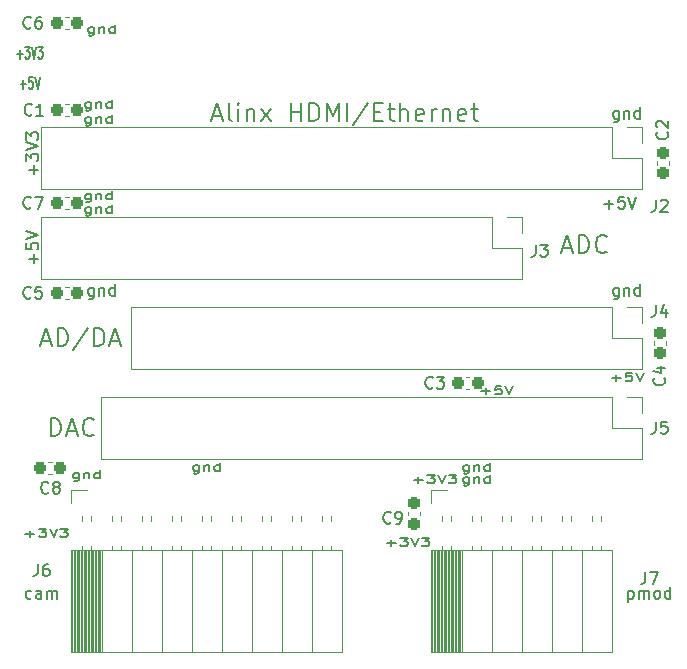
<source format=gto>
G04 #@! TF.GenerationSoftware,KiCad,Pcbnew,6.0.9-8da3e8f707~116~ubuntu20.04.1*
G04 #@! TF.CreationDate,2022-12-14T15:49:57+01:00*
G04 #@! TF.ProjectId,z_adaptor,7a5f6164-6170-4746-9f72-2e6b69636164,rev?*
G04 #@! TF.SameCoordinates,Original*
G04 #@! TF.FileFunction,Legend,Top*
G04 #@! TF.FilePolarity,Positive*
%FSLAX46Y46*%
G04 Gerber Fmt 4.6, Leading zero omitted, Abs format (unit mm)*
G04 Created by KiCad (PCBNEW 6.0.9-8da3e8f707~116~ubuntu20.04.1) date 2022-12-14 15:49:57*
%MOMM*%
%LPD*%
G01*
G04 APERTURE LIST*
G04 Aperture macros list*
%AMRoundRect*
0 Rectangle with rounded corners*
0 $1 Rounding radius*
0 $2 $3 $4 $5 $6 $7 $8 $9 X,Y pos of 4 corners*
0 Add a 4 corners polygon primitive as box body*
4,1,4,$2,$3,$4,$5,$6,$7,$8,$9,$2,$3,0*
0 Add four circle primitives for the rounded corners*
1,1,$1+$1,$2,$3*
1,1,$1+$1,$4,$5*
1,1,$1+$1,$6,$7*
1,1,$1+$1,$8,$9*
0 Add four rect primitives between the rounded corners*
20,1,$1+$1,$2,$3,$4,$5,0*
20,1,$1+$1,$4,$5,$6,$7,0*
20,1,$1+$1,$6,$7,$8,$9,0*
20,1,$1+$1,$8,$9,$2,$3,0*%
G04 Aperture macros list end*
%ADD10C,0.150000*%
%ADD11C,0.120000*%
%ADD12RoundRect,0.237500X0.237500X-0.300000X0.237500X0.300000X-0.237500X0.300000X-0.237500X-0.300000X0*%
%ADD13R,1.700000X1.700000*%
%ADD14O,1.700000X1.700000*%
%ADD15RoundRect,0.237500X-0.300000X-0.237500X0.300000X-0.237500X0.300000X0.237500X-0.300000X0.237500X0*%
%ADD16C,2.500000*%
%ADD17RoundRect,0.237500X0.300000X0.237500X-0.300000X0.237500X-0.300000X-0.237500X0.300000X-0.237500X0*%
%ADD18RoundRect,0.237500X-0.237500X0.300000X-0.237500X-0.300000X0.237500X-0.300000X0.237500X0.300000X0*%
G04 APERTURE END LIST*
D10*
X113046285Y-67560000D02*
X113760571Y-67560000D01*
X112903428Y-67988571D02*
X113403428Y-66488571D01*
X113903428Y-67988571D01*
X114403428Y-67988571D02*
X114403428Y-66488571D01*
X114760571Y-66488571D01*
X114974857Y-66560000D01*
X115117714Y-66702857D01*
X115189142Y-66845714D01*
X115260571Y-67131428D01*
X115260571Y-67345714D01*
X115189142Y-67631428D01*
X115117714Y-67774285D01*
X114974857Y-67917142D01*
X114760571Y-67988571D01*
X114403428Y-67988571D01*
X116974857Y-66417142D02*
X115689142Y-68345714D01*
X117474857Y-67988571D02*
X117474857Y-66488571D01*
X117832000Y-66488571D01*
X118046285Y-66560000D01*
X118189142Y-66702857D01*
X118260571Y-66845714D01*
X118332000Y-67131428D01*
X118332000Y-67345714D01*
X118260571Y-67631428D01*
X118189142Y-67774285D01*
X118046285Y-67917142D01*
X117832000Y-67988571D01*
X117474857Y-67988571D01*
X118903428Y-67560000D02*
X119617714Y-67560000D01*
X118760571Y-67988571D02*
X119260571Y-66488571D01*
X119760571Y-67988571D01*
X117165523Y-48618000D02*
X117165523Y-49184666D01*
X117117904Y-49251333D01*
X117070285Y-49284666D01*
X116975047Y-49318000D01*
X116832190Y-49318000D01*
X116736952Y-49284666D01*
X117165523Y-49051333D02*
X117070285Y-49084666D01*
X116879809Y-49084666D01*
X116784571Y-49051333D01*
X116736952Y-49018000D01*
X116689333Y-48951333D01*
X116689333Y-48751333D01*
X116736952Y-48684666D01*
X116784571Y-48651333D01*
X116879809Y-48618000D01*
X117070285Y-48618000D01*
X117165523Y-48651333D01*
X117641714Y-48618000D02*
X117641714Y-49084666D01*
X117641714Y-48684666D02*
X117689333Y-48651333D01*
X117784571Y-48618000D01*
X117927428Y-48618000D01*
X118022666Y-48651333D01*
X118070285Y-48718000D01*
X118070285Y-49084666D01*
X118975047Y-49084666D02*
X118975047Y-48384666D01*
X118975047Y-49051333D02*
X118879809Y-49084666D01*
X118689333Y-49084666D01*
X118594095Y-49051333D01*
X118546476Y-49018000D01*
X118498857Y-48951333D01*
X118498857Y-48751333D01*
X118546476Y-48684666D01*
X118594095Y-48651333D01*
X118689333Y-48618000D01*
X118879809Y-48618000D01*
X118975047Y-48651333D01*
X126309523Y-78082000D02*
X126309523Y-78648666D01*
X126261904Y-78715333D01*
X126214285Y-78748666D01*
X126119047Y-78782000D01*
X125976190Y-78782000D01*
X125880952Y-78748666D01*
X126309523Y-78515333D02*
X126214285Y-78548666D01*
X126023809Y-78548666D01*
X125928571Y-78515333D01*
X125880952Y-78482000D01*
X125833333Y-78415333D01*
X125833333Y-78215333D01*
X125880952Y-78148666D01*
X125928571Y-78115333D01*
X126023809Y-78082000D01*
X126214285Y-78082000D01*
X126309523Y-78115333D01*
X126785714Y-78082000D02*
X126785714Y-78548666D01*
X126785714Y-78148666D02*
X126833333Y-78115333D01*
X126928571Y-78082000D01*
X127071428Y-78082000D01*
X127166666Y-78115333D01*
X127214285Y-78182000D01*
X127214285Y-78548666D01*
X128119047Y-78548666D02*
X128119047Y-77848666D01*
X128119047Y-78515333D02*
X128023809Y-78548666D01*
X127833333Y-78548666D01*
X127738095Y-78515333D01*
X127690476Y-78482000D01*
X127642857Y-78415333D01*
X127642857Y-78215333D01*
X127690476Y-78148666D01*
X127738095Y-78115333D01*
X127833333Y-78082000D01*
X128023809Y-78082000D01*
X128119047Y-78115333D01*
X150225285Y-71805000D02*
X150987190Y-71805000D01*
X150606238Y-72071666D02*
X150606238Y-71538333D01*
X151939571Y-71371666D02*
X151463380Y-71371666D01*
X151415761Y-71705000D01*
X151463380Y-71671666D01*
X151558619Y-71638333D01*
X151796714Y-71638333D01*
X151891952Y-71671666D01*
X151939571Y-71705000D01*
X151987190Y-71771666D01*
X151987190Y-71938333D01*
X151939571Y-72005000D01*
X151891952Y-72038333D01*
X151796714Y-72071666D01*
X151558619Y-72071666D01*
X151463380Y-72038333D01*
X151415761Y-72005000D01*
X152272904Y-71371666D02*
X152606238Y-72071666D01*
X152939571Y-71371666D01*
X113784285Y-75608571D02*
X113784285Y-74108571D01*
X114141428Y-74108571D01*
X114355714Y-74180000D01*
X114498571Y-74322857D01*
X114570000Y-74465714D01*
X114641428Y-74751428D01*
X114641428Y-74965714D01*
X114570000Y-75251428D01*
X114498571Y-75394285D01*
X114355714Y-75537142D01*
X114141428Y-75608571D01*
X113784285Y-75608571D01*
X115212857Y-75180000D02*
X115927142Y-75180000D01*
X115070000Y-75608571D02*
X115570000Y-74108571D01*
X116070000Y-75608571D01*
X117427142Y-75465714D02*
X117355714Y-75537142D01*
X117141428Y-75608571D01*
X116998571Y-75608571D01*
X116784285Y-75537142D01*
X116641428Y-75394285D01*
X116570000Y-75251428D01*
X116498571Y-74965714D01*
X116498571Y-74751428D01*
X116570000Y-74465714D01*
X116641428Y-74322857D01*
X116784285Y-74180000D01*
X116998571Y-74108571D01*
X117141428Y-74108571D01*
X117355714Y-74180000D01*
X117427142Y-74251428D01*
X117165523Y-56238000D02*
X117165523Y-56804666D01*
X117117904Y-56871333D01*
X117070285Y-56904666D01*
X116975047Y-56938000D01*
X116832190Y-56938000D01*
X116736952Y-56904666D01*
X117165523Y-56671333D02*
X117070285Y-56704666D01*
X116879809Y-56704666D01*
X116784571Y-56671333D01*
X116736952Y-56638000D01*
X116689333Y-56571333D01*
X116689333Y-56371333D01*
X116736952Y-56304666D01*
X116784571Y-56271333D01*
X116879809Y-56238000D01*
X117070285Y-56238000D01*
X117165523Y-56271333D01*
X117641714Y-56238000D02*
X117641714Y-56704666D01*
X117641714Y-56304666D02*
X117689333Y-56271333D01*
X117784571Y-56238000D01*
X117927428Y-56238000D01*
X118022666Y-56271333D01*
X118070285Y-56338000D01*
X118070285Y-56704666D01*
X118975047Y-56704666D02*
X118975047Y-56004666D01*
X118975047Y-56671333D02*
X118879809Y-56704666D01*
X118689333Y-56704666D01*
X118594095Y-56671333D01*
X118546476Y-56638000D01*
X118498857Y-56571333D01*
X118498857Y-56371333D01*
X118546476Y-56304666D01*
X118594095Y-56271333D01*
X118689333Y-56238000D01*
X118879809Y-56238000D01*
X118975047Y-56271333D01*
X112339428Y-53450904D02*
X112339428Y-52689000D01*
X112720380Y-53069952D02*
X111958476Y-53069952D01*
X111720380Y-52308047D02*
X111720380Y-51689000D01*
X112101333Y-52022333D01*
X112101333Y-51879476D01*
X112148952Y-51784238D01*
X112196571Y-51736619D01*
X112291809Y-51689000D01*
X112529904Y-51689000D01*
X112625142Y-51736619D01*
X112672761Y-51784238D01*
X112720380Y-51879476D01*
X112720380Y-52165190D01*
X112672761Y-52260428D01*
X112625142Y-52308047D01*
X111720380Y-51403285D02*
X112720380Y-51069952D01*
X111720380Y-50736619D01*
X111720380Y-50498523D02*
X111720380Y-49879476D01*
X112101333Y-50212809D01*
X112101333Y-50069952D01*
X112148952Y-49974714D01*
X112196571Y-49927095D01*
X112291809Y-49879476D01*
X112529904Y-49879476D01*
X112625142Y-49927095D01*
X112672761Y-49974714D01*
X112720380Y-50069952D01*
X112720380Y-50355666D01*
X112672761Y-50450904D01*
X112625142Y-50498523D01*
X144542095Y-79298000D02*
X145304000Y-79298000D01*
X144923047Y-79564666D02*
X144923047Y-79031333D01*
X145684952Y-78864666D02*
X146304000Y-78864666D01*
X145970666Y-79131333D01*
X146113523Y-79131333D01*
X146208761Y-79164666D01*
X146256380Y-79198000D01*
X146304000Y-79264666D01*
X146304000Y-79431333D01*
X146256380Y-79498000D01*
X146208761Y-79531333D01*
X146113523Y-79564666D01*
X145827809Y-79564666D01*
X145732571Y-79531333D01*
X145684952Y-79498000D01*
X146589714Y-78864666D02*
X146923047Y-79564666D01*
X147256380Y-78864666D01*
X147494476Y-78864666D02*
X148113523Y-78864666D01*
X147780190Y-79131333D01*
X147923047Y-79131333D01*
X148018285Y-79164666D01*
X148065904Y-79198000D01*
X148113523Y-79264666D01*
X148113523Y-79431333D01*
X148065904Y-79498000D01*
X148018285Y-79531333D01*
X147923047Y-79564666D01*
X147637333Y-79564666D01*
X147542095Y-79531333D01*
X147494476Y-79498000D01*
X157146857Y-59686000D02*
X157861142Y-59686000D01*
X157004000Y-60114571D02*
X157504000Y-58614571D01*
X158004000Y-60114571D01*
X158504000Y-60114571D02*
X158504000Y-58614571D01*
X158861142Y-58614571D01*
X159075428Y-58686000D01*
X159218285Y-58828857D01*
X159289714Y-58971714D01*
X159361142Y-59257428D01*
X159361142Y-59471714D01*
X159289714Y-59757428D01*
X159218285Y-59900285D01*
X159075428Y-60043142D01*
X158861142Y-60114571D01*
X158504000Y-60114571D01*
X160861142Y-59971714D02*
X160789714Y-60043142D01*
X160575428Y-60114571D01*
X160432571Y-60114571D01*
X160218285Y-60043142D01*
X160075428Y-59900285D01*
X160004000Y-59757428D01*
X159932571Y-59471714D01*
X159932571Y-59257428D01*
X160004000Y-58971714D01*
X160075428Y-58828857D01*
X160218285Y-58686000D01*
X160432571Y-58614571D01*
X160575428Y-58614571D01*
X160789714Y-58686000D01*
X160861142Y-58757428D01*
X117165523Y-47348000D02*
X117165523Y-47914666D01*
X117117904Y-47981333D01*
X117070285Y-48014666D01*
X116975047Y-48048000D01*
X116832190Y-48048000D01*
X116736952Y-48014666D01*
X117165523Y-47781333D02*
X117070285Y-47814666D01*
X116879809Y-47814666D01*
X116784571Y-47781333D01*
X116736952Y-47748000D01*
X116689333Y-47681333D01*
X116689333Y-47481333D01*
X116736952Y-47414666D01*
X116784571Y-47381333D01*
X116879809Y-47348000D01*
X117070285Y-47348000D01*
X117165523Y-47381333D01*
X117641714Y-47348000D02*
X117641714Y-47814666D01*
X117641714Y-47414666D02*
X117689333Y-47381333D01*
X117784571Y-47348000D01*
X117927428Y-47348000D01*
X118022666Y-47381333D01*
X118070285Y-47448000D01*
X118070285Y-47814666D01*
X118975047Y-47814666D02*
X118975047Y-47114666D01*
X118975047Y-47781333D02*
X118879809Y-47814666D01*
X118689333Y-47814666D01*
X118594095Y-47781333D01*
X118546476Y-47748000D01*
X118498857Y-47681333D01*
X118498857Y-47481333D01*
X118546476Y-47414666D01*
X118594095Y-47381333D01*
X118689333Y-47348000D01*
X118879809Y-47348000D01*
X118975047Y-47381333D01*
X112339428Y-60975714D02*
X112339428Y-60213809D01*
X112720380Y-60594761D02*
X111958476Y-60594761D01*
X111720380Y-59261428D02*
X111720380Y-59737619D01*
X112196571Y-59785238D01*
X112148952Y-59737619D01*
X112101333Y-59642380D01*
X112101333Y-59404285D01*
X112148952Y-59309047D01*
X112196571Y-59261428D01*
X112291809Y-59213809D01*
X112529904Y-59213809D01*
X112625142Y-59261428D01*
X112672761Y-59309047D01*
X112720380Y-59404285D01*
X112720380Y-59642380D01*
X112672761Y-59737619D01*
X112625142Y-59785238D01*
X111720380Y-58928095D02*
X112720380Y-58594761D01*
X111720380Y-58261428D01*
X110956857Y-43251428D02*
X111414000Y-43251428D01*
X111185428Y-43632380D02*
X111185428Y-42870476D01*
X111642571Y-42632380D02*
X112014000Y-42632380D01*
X111814000Y-43013333D01*
X111899714Y-43013333D01*
X111956857Y-43060952D01*
X111985428Y-43108571D01*
X112014000Y-43203809D01*
X112014000Y-43441904D01*
X111985428Y-43537142D01*
X111956857Y-43584761D01*
X111899714Y-43632380D01*
X111728285Y-43632380D01*
X111671142Y-43584761D01*
X111642571Y-43537142D01*
X112185428Y-42632380D02*
X112385428Y-43632380D01*
X112585428Y-42632380D01*
X112728285Y-42632380D02*
X113099714Y-42632380D01*
X112899714Y-43013333D01*
X112985428Y-43013333D01*
X113042571Y-43060952D01*
X113071142Y-43108571D01*
X113099714Y-43203809D01*
X113099714Y-43441904D01*
X113071142Y-43537142D01*
X113042571Y-43584761D01*
X112985428Y-43632380D01*
X112814000Y-43632380D01*
X112756857Y-43584761D01*
X112728285Y-43537142D01*
X117165523Y-55095000D02*
X117165523Y-55661666D01*
X117117904Y-55728333D01*
X117070285Y-55761666D01*
X116975047Y-55795000D01*
X116832190Y-55795000D01*
X116736952Y-55761666D01*
X117165523Y-55528333D02*
X117070285Y-55561666D01*
X116879809Y-55561666D01*
X116784571Y-55528333D01*
X116736952Y-55495000D01*
X116689333Y-55428333D01*
X116689333Y-55228333D01*
X116736952Y-55161666D01*
X116784571Y-55128333D01*
X116879809Y-55095000D01*
X117070285Y-55095000D01*
X117165523Y-55128333D01*
X117641714Y-55095000D02*
X117641714Y-55561666D01*
X117641714Y-55161666D02*
X117689333Y-55128333D01*
X117784571Y-55095000D01*
X117927428Y-55095000D01*
X118022666Y-55128333D01*
X118070285Y-55195000D01*
X118070285Y-55561666D01*
X118975047Y-55561666D02*
X118975047Y-54861666D01*
X118975047Y-55528333D02*
X118879809Y-55561666D01*
X118689333Y-55561666D01*
X118594095Y-55528333D01*
X118546476Y-55495000D01*
X118498857Y-55428333D01*
X118498857Y-55228333D01*
X118546476Y-55161666D01*
X118594095Y-55128333D01*
X118689333Y-55095000D01*
X118879809Y-55095000D01*
X118975047Y-55128333D01*
X117419523Y-63031714D02*
X117419523Y-63841238D01*
X117371904Y-63936476D01*
X117324285Y-63984095D01*
X117229047Y-64031714D01*
X117086190Y-64031714D01*
X116990952Y-63984095D01*
X117419523Y-63650761D02*
X117324285Y-63698380D01*
X117133809Y-63698380D01*
X117038571Y-63650761D01*
X116990952Y-63603142D01*
X116943333Y-63507904D01*
X116943333Y-63222190D01*
X116990952Y-63126952D01*
X117038571Y-63079333D01*
X117133809Y-63031714D01*
X117324285Y-63031714D01*
X117419523Y-63079333D01*
X117895714Y-63031714D02*
X117895714Y-63698380D01*
X117895714Y-63126952D02*
X117943333Y-63079333D01*
X118038571Y-63031714D01*
X118181428Y-63031714D01*
X118276666Y-63079333D01*
X118324285Y-63174571D01*
X118324285Y-63698380D01*
X119229047Y-63698380D02*
X119229047Y-62698380D01*
X119229047Y-63650761D02*
X119133809Y-63698380D01*
X118943333Y-63698380D01*
X118848095Y-63650761D01*
X118800476Y-63603142D01*
X118752857Y-63507904D01*
X118752857Y-63222190D01*
X118800476Y-63126952D01*
X118848095Y-63079333D01*
X118943333Y-63031714D01*
X119133809Y-63031714D01*
X119229047Y-63079333D01*
X161869523Y-63031714D02*
X161869523Y-63841238D01*
X161821904Y-63936476D01*
X161774285Y-63984095D01*
X161679047Y-64031714D01*
X161536190Y-64031714D01*
X161440952Y-63984095D01*
X161869523Y-63650761D02*
X161774285Y-63698380D01*
X161583809Y-63698380D01*
X161488571Y-63650761D01*
X161440952Y-63603142D01*
X161393333Y-63507904D01*
X161393333Y-63222190D01*
X161440952Y-63126952D01*
X161488571Y-63079333D01*
X161583809Y-63031714D01*
X161774285Y-63031714D01*
X161869523Y-63079333D01*
X162345714Y-63031714D02*
X162345714Y-63698380D01*
X162345714Y-63126952D02*
X162393333Y-63079333D01*
X162488571Y-63031714D01*
X162631428Y-63031714D01*
X162726666Y-63079333D01*
X162774285Y-63174571D01*
X162774285Y-63698380D01*
X163679047Y-63698380D02*
X163679047Y-62698380D01*
X163679047Y-63650761D02*
X163583809Y-63698380D01*
X163393333Y-63698380D01*
X163298095Y-63650761D01*
X163250476Y-63603142D01*
X163202857Y-63507904D01*
X163202857Y-63222190D01*
X163250476Y-63126952D01*
X163298095Y-63079333D01*
X163393333Y-63031714D01*
X163583809Y-63031714D01*
X163679047Y-63079333D01*
X160639285Y-55951428D02*
X161401190Y-55951428D01*
X161020238Y-56332380D02*
X161020238Y-55570476D01*
X162353571Y-55332380D02*
X161877380Y-55332380D01*
X161829761Y-55808571D01*
X161877380Y-55760952D01*
X161972619Y-55713333D01*
X162210714Y-55713333D01*
X162305952Y-55760952D01*
X162353571Y-55808571D01*
X162401190Y-55903809D01*
X162401190Y-56141904D01*
X162353571Y-56237142D01*
X162305952Y-56284761D01*
X162210714Y-56332380D01*
X161972619Y-56332380D01*
X161877380Y-56284761D01*
X161829761Y-56237142D01*
X162686904Y-55332380D02*
X163020238Y-56332380D01*
X163353571Y-55332380D01*
X162679285Y-88685714D02*
X162679285Y-89685714D01*
X162679285Y-88733333D02*
X162774523Y-88685714D01*
X162965000Y-88685714D01*
X163060238Y-88733333D01*
X163107857Y-88780952D01*
X163155476Y-88876190D01*
X163155476Y-89161904D01*
X163107857Y-89257142D01*
X163060238Y-89304761D01*
X162965000Y-89352380D01*
X162774523Y-89352380D01*
X162679285Y-89304761D01*
X163584047Y-89352380D02*
X163584047Y-88685714D01*
X163584047Y-88780952D02*
X163631666Y-88733333D01*
X163726904Y-88685714D01*
X163869761Y-88685714D01*
X163965000Y-88733333D01*
X164012619Y-88828571D01*
X164012619Y-89352380D01*
X164012619Y-88828571D02*
X164060238Y-88733333D01*
X164155476Y-88685714D01*
X164298333Y-88685714D01*
X164393571Y-88733333D01*
X164441190Y-88828571D01*
X164441190Y-89352380D01*
X165060238Y-89352380D02*
X164965000Y-89304761D01*
X164917380Y-89257142D01*
X164869761Y-89161904D01*
X164869761Y-88876190D01*
X164917380Y-88780952D01*
X164965000Y-88733333D01*
X165060238Y-88685714D01*
X165203095Y-88685714D01*
X165298333Y-88733333D01*
X165345952Y-88780952D01*
X165393571Y-88876190D01*
X165393571Y-89161904D01*
X165345952Y-89257142D01*
X165298333Y-89304761D01*
X165203095Y-89352380D01*
X165060238Y-89352380D01*
X166250714Y-89352380D02*
X166250714Y-88352380D01*
X166250714Y-89304761D02*
X166155476Y-89352380D01*
X165965000Y-89352380D01*
X165869761Y-89304761D01*
X165822142Y-89257142D01*
X165774523Y-89161904D01*
X165774523Y-88876190D01*
X165822142Y-88780952D01*
X165869761Y-88733333D01*
X165965000Y-88685714D01*
X166155476Y-88685714D01*
X166250714Y-88733333D01*
X116149523Y-78717000D02*
X116149523Y-79283666D01*
X116101904Y-79350333D01*
X116054285Y-79383666D01*
X115959047Y-79417000D01*
X115816190Y-79417000D01*
X115720952Y-79383666D01*
X116149523Y-79150333D02*
X116054285Y-79183666D01*
X115863809Y-79183666D01*
X115768571Y-79150333D01*
X115720952Y-79117000D01*
X115673333Y-79050333D01*
X115673333Y-78850333D01*
X115720952Y-78783666D01*
X115768571Y-78750333D01*
X115863809Y-78717000D01*
X116054285Y-78717000D01*
X116149523Y-78750333D01*
X116625714Y-78717000D02*
X116625714Y-79183666D01*
X116625714Y-78783666D02*
X116673333Y-78750333D01*
X116768571Y-78717000D01*
X116911428Y-78717000D01*
X117006666Y-78750333D01*
X117054285Y-78817000D01*
X117054285Y-79183666D01*
X117959047Y-79183666D02*
X117959047Y-78483666D01*
X117959047Y-79150333D02*
X117863809Y-79183666D01*
X117673333Y-79183666D01*
X117578095Y-79150333D01*
X117530476Y-79117000D01*
X117482857Y-79050333D01*
X117482857Y-78850333D01*
X117530476Y-78783666D01*
X117578095Y-78750333D01*
X117673333Y-78717000D01*
X117863809Y-78717000D01*
X117959047Y-78750333D01*
X111649095Y-83870000D02*
X112411000Y-83870000D01*
X112030047Y-84136666D02*
X112030047Y-83603333D01*
X112791952Y-83436666D02*
X113411000Y-83436666D01*
X113077666Y-83703333D01*
X113220523Y-83703333D01*
X113315761Y-83736666D01*
X113363380Y-83770000D01*
X113411000Y-83836666D01*
X113411000Y-84003333D01*
X113363380Y-84070000D01*
X113315761Y-84103333D01*
X113220523Y-84136666D01*
X112934809Y-84136666D01*
X112839571Y-84103333D01*
X112791952Y-84070000D01*
X113696714Y-83436666D02*
X114030047Y-84136666D01*
X114363380Y-83436666D01*
X114601476Y-83436666D02*
X115220523Y-83436666D01*
X114887190Y-83703333D01*
X115030047Y-83703333D01*
X115125285Y-83736666D01*
X115172904Y-83770000D01*
X115220523Y-83836666D01*
X115220523Y-84003333D01*
X115172904Y-84070000D01*
X115125285Y-84103333D01*
X115030047Y-84136666D01*
X114744333Y-84136666D01*
X114649095Y-84103333D01*
X114601476Y-84070000D01*
X149169523Y-78082000D02*
X149169523Y-78648666D01*
X149121904Y-78715333D01*
X149074285Y-78748666D01*
X148979047Y-78782000D01*
X148836190Y-78782000D01*
X148740952Y-78748666D01*
X149169523Y-78515333D02*
X149074285Y-78548666D01*
X148883809Y-78548666D01*
X148788571Y-78515333D01*
X148740952Y-78482000D01*
X148693333Y-78415333D01*
X148693333Y-78215333D01*
X148740952Y-78148666D01*
X148788571Y-78115333D01*
X148883809Y-78082000D01*
X149074285Y-78082000D01*
X149169523Y-78115333D01*
X149645714Y-78082000D02*
X149645714Y-78548666D01*
X149645714Y-78148666D02*
X149693333Y-78115333D01*
X149788571Y-78082000D01*
X149931428Y-78082000D01*
X150026666Y-78115333D01*
X150074285Y-78182000D01*
X150074285Y-78548666D01*
X150979047Y-78548666D02*
X150979047Y-77848666D01*
X150979047Y-78515333D02*
X150883809Y-78548666D01*
X150693333Y-78548666D01*
X150598095Y-78515333D01*
X150550476Y-78482000D01*
X150502857Y-78415333D01*
X150502857Y-78215333D01*
X150550476Y-78148666D01*
X150598095Y-78115333D01*
X150693333Y-78082000D01*
X150883809Y-78082000D01*
X150979047Y-78115333D01*
X161869523Y-48045714D02*
X161869523Y-48855238D01*
X161821904Y-48950476D01*
X161774285Y-48998095D01*
X161679047Y-49045714D01*
X161536190Y-49045714D01*
X161440952Y-48998095D01*
X161869523Y-48664761D02*
X161774285Y-48712380D01*
X161583809Y-48712380D01*
X161488571Y-48664761D01*
X161440952Y-48617142D01*
X161393333Y-48521904D01*
X161393333Y-48236190D01*
X161440952Y-48140952D01*
X161488571Y-48093333D01*
X161583809Y-48045714D01*
X161774285Y-48045714D01*
X161869523Y-48093333D01*
X162345714Y-48045714D02*
X162345714Y-48712380D01*
X162345714Y-48140952D02*
X162393333Y-48093333D01*
X162488571Y-48045714D01*
X162631428Y-48045714D01*
X162726666Y-48093333D01*
X162774285Y-48188571D01*
X162774285Y-48712380D01*
X163679047Y-48712380D02*
X163679047Y-47712380D01*
X163679047Y-48664761D02*
X163583809Y-48712380D01*
X163393333Y-48712380D01*
X163298095Y-48664761D01*
X163250476Y-48617142D01*
X163202857Y-48521904D01*
X163202857Y-48236190D01*
X163250476Y-48140952D01*
X163298095Y-48093333D01*
X163393333Y-48045714D01*
X163583809Y-48045714D01*
X163679047Y-48093333D01*
X117419523Y-40998000D02*
X117419523Y-41564666D01*
X117371904Y-41631333D01*
X117324285Y-41664666D01*
X117229047Y-41698000D01*
X117086190Y-41698000D01*
X116990952Y-41664666D01*
X117419523Y-41431333D02*
X117324285Y-41464666D01*
X117133809Y-41464666D01*
X117038571Y-41431333D01*
X116990952Y-41398000D01*
X116943333Y-41331333D01*
X116943333Y-41131333D01*
X116990952Y-41064666D01*
X117038571Y-41031333D01*
X117133809Y-40998000D01*
X117324285Y-40998000D01*
X117419523Y-41031333D01*
X117895714Y-40998000D02*
X117895714Y-41464666D01*
X117895714Y-41064666D02*
X117943333Y-41031333D01*
X118038571Y-40998000D01*
X118181428Y-40998000D01*
X118276666Y-41031333D01*
X118324285Y-41098000D01*
X118324285Y-41464666D01*
X119229047Y-41464666D02*
X119229047Y-40764666D01*
X119229047Y-41431333D02*
X119133809Y-41464666D01*
X118943333Y-41464666D01*
X118848095Y-41431333D01*
X118800476Y-41398000D01*
X118752857Y-41331333D01*
X118752857Y-41131333D01*
X118800476Y-41064666D01*
X118848095Y-41031333D01*
X118943333Y-40998000D01*
X119133809Y-40998000D01*
X119229047Y-41031333D01*
X161274285Y-70662000D02*
X162036190Y-70662000D01*
X161655238Y-70928666D02*
X161655238Y-70395333D01*
X162988571Y-70228666D02*
X162512380Y-70228666D01*
X162464761Y-70562000D01*
X162512380Y-70528666D01*
X162607619Y-70495333D01*
X162845714Y-70495333D01*
X162940952Y-70528666D01*
X162988571Y-70562000D01*
X163036190Y-70628666D01*
X163036190Y-70795333D01*
X162988571Y-70862000D01*
X162940952Y-70895333D01*
X162845714Y-70928666D01*
X162607619Y-70928666D01*
X162512380Y-70895333D01*
X162464761Y-70862000D01*
X163321904Y-70228666D02*
X163655238Y-70928666D01*
X163988571Y-70228666D01*
X112149047Y-89304761D02*
X112053809Y-89352380D01*
X111863333Y-89352380D01*
X111768095Y-89304761D01*
X111720476Y-89257142D01*
X111672857Y-89161904D01*
X111672857Y-88876190D01*
X111720476Y-88780952D01*
X111768095Y-88733333D01*
X111863333Y-88685714D01*
X112053809Y-88685714D01*
X112149047Y-88733333D01*
X113006190Y-89352380D02*
X113006190Y-88828571D01*
X112958571Y-88733333D01*
X112863333Y-88685714D01*
X112672857Y-88685714D01*
X112577619Y-88733333D01*
X113006190Y-89304761D02*
X112910952Y-89352380D01*
X112672857Y-89352380D01*
X112577619Y-89304761D01*
X112530000Y-89209523D01*
X112530000Y-89114285D01*
X112577619Y-89019047D01*
X112672857Y-88971428D01*
X112910952Y-88971428D01*
X113006190Y-88923809D01*
X113482380Y-89352380D02*
X113482380Y-88685714D01*
X113482380Y-88780952D02*
X113530000Y-88733333D01*
X113625238Y-88685714D01*
X113768095Y-88685714D01*
X113863333Y-88733333D01*
X113910952Y-88828571D01*
X113910952Y-89352380D01*
X113910952Y-88828571D02*
X113958571Y-88733333D01*
X114053809Y-88685714D01*
X114196666Y-88685714D01*
X114291904Y-88733333D01*
X114339523Y-88828571D01*
X114339523Y-89352380D01*
X127541142Y-48510000D02*
X128255428Y-48510000D01*
X127398285Y-48938571D02*
X127898285Y-47438571D01*
X128398285Y-48938571D01*
X129112571Y-48938571D02*
X128969714Y-48867142D01*
X128898285Y-48724285D01*
X128898285Y-47438571D01*
X129684000Y-48938571D02*
X129684000Y-47938571D01*
X129684000Y-47438571D02*
X129612571Y-47510000D01*
X129684000Y-47581428D01*
X129755428Y-47510000D01*
X129684000Y-47438571D01*
X129684000Y-47581428D01*
X130398285Y-47938571D02*
X130398285Y-48938571D01*
X130398285Y-48081428D02*
X130469714Y-48010000D01*
X130612571Y-47938571D01*
X130826857Y-47938571D01*
X130969714Y-48010000D01*
X131041142Y-48152857D01*
X131041142Y-48938571D01*
X131612571Y-48938571D02*
X132398285Y-47938571D01*
X131612571Y-47938571D02*
X132398285Y-48938571D01*
X134112571Y-48938571D02*
X134112571Y-47438571D01*
X134112571Y-48152857D02*
X134969714Y-48152857D01*
X134969714Y-48938571D02*
X134969714Y-47438571D01*
X135684000Y-48938571D02*
X135684000Y-47438571D01*
X136041142Y-47438571D01*
X136255428Y-47510000D01*
X136398285Y-47652857D01*
X136469714Y-47795714D01*
X136541142Y-48081428D01*
X136541142Y-48295714D01*
X136469714Y-48581428D01*
X136398285Y-48724285D01*
X136255428Y-48867142D01*
X136041142Y-48938571D01*
X135684000Y-48938571D01*
X137184000Y-48938571D02*
X137184000Y-47438571D01*
X137684000Y-48510000D01*
X138184000Y-47438571D01*
X138184000Y-48938571D01*
X138898285Y-48938571D02*
X138898285Y-47438571D01*
X140684000Y-47367142D02*
X139398285Y-49295714D01*
X141184000Y-48152857D02*
X141684000Y-48152857D01*
X141898285Y-48938571D02*
X141184000Y-48938571D01*
X141184000Y-47438571D01*
X141898285Y-47438571D01*
X142326857Y-47938571D02*
X142898285Y-47938571D01*
X142541142Y-47438571D02*
X142541142Y-48724285D01*
X142612571Y-48867142D01*
X142755428Y-48938571D01*
X142898285Y-48938571D01*
X143398285Y-48938571D02*
X143398285Y-47438571D01*
X144041142Y-48938571D02*
X144041142Y-48152857D01*
X143969714Y-48010000D01*
X143826857Y-47938571D01*
X143612571Y-47938571D01*
X143469714Y-48010000D01*
X143398285Y-48081428D01*
X145326857Y-48867142D02*
X145184000Y-48938571D01*
X144898285Y-48938571D01*
X144755428Y-48867142D01*
X144684000Y-48724285D01*
X144684000Y-48152857D01*
X144755428Y-48010000D01*
X144898285Y-47938571D01*
X145184000Y-47938571D01*
X145326857Y-48010000D01*
X145398285Y-48152857D01*
X145398285Y-48295714D01*
X144684000Y-48438571D01*
X146041142Y-48938571D02*
X146041142Y-47938571D01*
X146041142Y-48224285D02*
X146112571Y-48081428D01*
X146184000Y-48010000D01*
X146326857Y-47938571D01*
X146469714Y-47938571D01*
X146969714Y-47938571D02*
X146969714Y-48938571D01*
X146969714Y-48081428D02*
X147041142Y-48010000D01*
X147184000Y-47938571D01*
X147398285Y-47938571D01*
X147541142Y-48010000D01*
X147612571Y-48152857D01*
X147612571Y-48938571D01*
X148898285Y-48867142D02*
X148755428Y-48938571D01*
X148469714Y-48938571D01*
X148326857Y-48867142D01*
X148255428Y-48724285D01*
X148255428Y-48152857D01*
X148326857Y-48010000D01*
X148469714Y-47938571D01*
X148755428Y-47938571D01*
X148898285Y-48010000D01*
X148969714Y-48152857D01*
X148969714Y-48295714D01*
X148255428Y-48438571D01*
X149398285Y-47938571D02*
X149969714Y-47938571D01*
X149612571Y-47438571D02*
X149612571Y-48724285D01*
X149684000Y-48867142D01*
X149826857Y-48938571D01*
X149969714Y-48938571D01*
X142256095Y-84632000D02*
X143018000Y-84632000D01*
X142637047Y-84898666D02*
X142637047Y-84365333D01*
X143398952Y-84198666D02*
X144018000Y-84198666D01*
X143684666Y-84465333D01*
X143827523Y-84465333D01*
X143922761Y-84498666D01*
X143970380Y-84532000D01*
X144018000Y-84598666D01*
X144018000Y-84765333D01*
X143970380Y-84832000D01*
X143922761Y-84865333D01*
X143827523Y-84898666D01*
X143541809Y-84898666D01*
X143446571Y-84865333D01*
X143398952Y-84832000D01*
X144303714Y-84198666D02*
X144637047Y-84898666D01*
X144970380Y-84198666D01*
X145208476Y-84198666D02*
X145827523Y-84198666D01*
X145494190Y-84465333D01*
X145637047Y-84465333D01*
X145732285Y-84498666D01*
X145779904Y-84532000D01*
X145827523Y-84598666D01*
X145827523Y-84765333D01*
X145779904Y-84832000D01*
X145732285Y-84865333D01*
X145637047Y-84898666D01*
X145351333Y-84898666D01*
X145256095Y-84865333D01*
X145208476Y-84832000D01*
X111242571Y-45791428D02*
X111699714Y-45791428D01*
X111471142Y-46172380D02*
X111471142Y-45410476D01*
X112271142Y-45172380D02*
X111985428Y-45172380D01*
X111956857Y-45648571D01*
X111985428Y-45600952D01*
X112042571Y-45553333D01*
X112185428Y-45553333D01*
X112242571Y-45600952D01*
X112271142Y-45648571D01*
X112299714Y-45743809D01*
X112299714Y-45981904D01*
X112271142Y-46077142D01*
X112242571Y-46124761D01*
X112185428Y-46172380D01*
X112042571Y-46172380D01*
X111985428Y-46124761D01*
X111956857Y-46077142D01*
X112471142Y-45172380D02*
X112671142Y-46172380D01*
X112871142Y-45172380D01*
X149169523Y-79098000D02*
X149169523Y-79664666D01*
X149121904Y-79731333D01*
X149074285Y-79764666D01*
X148979047Y-79798000D01*
X148836190Y-79798000D01*
X148740952Y-79764666D01*
X149169523Y-79531333D02*
X149074285Y-79564666D01*
X148883809Y-79564666D01*
X148788571Y-79531333D01*
X148740952Y-79498000D01*
X148693333Y-79431333D01*
X148693333Y-79231333D01*
X148740952Y-79164666D01*
X148788571Y-79131333D01*
X148883809Y-79098000D01*
X149074285Y-79098000D01*
X149169523Y-79131333D01*
X149645714Y-79098000D02*
X149645714Y-79564666D01*
X149645714Y-79164666D02*
X149693333Y-79131333D01*
X149788571Y-79098000D01*
X149931428Y-79098000D01*
X150026666Y-79131333D01*
X150074285Y-79198000D01*
X150074285Y-79564666D01*
X150979047Y-79564666D02*
X150979047Y-78864666D01*
X150979047Y-79531333D02*
X150883809Y-79564666D01*
X150693333Y-79564666D01*
X150598095Y-79531333D01*
X150550476Y-79498000D01*
X150502857Y-79431333D01*
X150502857Y-79231333D01*
X150550476Y-79164666D01*
X150598095Y-79131333D01*
X150693333Y-79098000D01*
X150883809Y-79098000D01*
X150979047Y-79131333D01*
X165711142Y-70678166D02*
X165758761Y-70725785D01*
X165806380Y-70868642D01*
X165806380Y-70963880D01*
X165758761Y-71106738D01*
X165663523Y-71201976D01*
X165568285Y-71249595D01*
X165377809Y-71297214D01*
X165234952Y-71297214D01*
X165044476Y-71249595D01*
X164949238Y-71201976D01*
X164854000Y-71106738D01*
X164806380Y-70963880D01*
X164806380Y-70868642D01*
X164854000Y-70725785D01*
X164901619Y-70678166D01*
X165139714Y-69821023D02*
X165806380Y-69821023D01*
X164758761Y-70059119D02*
X165473047Y-70297214D01*
X165473047Y-69678166D01*
X165020666Y-74382380D02*
X165020666Y-75096666D01*
X164973047Y-75239523D01*
X164877809Y-75334761D01*
X164734952Y-75382380D01*
X164639714Y-75382380D01*
X165973047Y-74382380D02*
X165496857Y-74382380D01*
X165449238Y-74858571D01*
X165496857Y-74810952D01*
X165592095Y-74763333D01*
X165830190Y-74763333D01*
X165925428Y-74810952D01*
X165973047Y-74858571D01*
X166020666Y-74953809D01*
X166020666Y-75191904D01*
X165973047Y-75287142D01*
X165925428Y-75334761D01*
X165830190Y-75382380D01*
X165592095Y-75382380D01*
X165496857Y-75334761D01*
X165449238Y-75287142D01*
X112201833Y-48363142D02*
X112154214Y-48410761D01*
X112011357Y-48458380D01*
X111916119Y-48458380D01*
X111773261Y-48410761D01*
X111678023Y-48315523D01*
X111630404Y-48220285D01*
X111582785Y-48029809D01*
X111582785Y-47886952D01*
X111630404Y-47696476D01*
X111678023Y-47601238D01*
X111773261Y-47506000D01*
X111916119Y-47458380D01*
X112011357Y-47458380D01*
X112154214Y-47506000D01*
X112201833Y-47553619D01*
X113154214Y-48458380D02*
X112582785Y-48458380D01*
X112868500Y-48458380D02*
X112868500Y-47458380D01*
X112773261Y-47601238D01*
X112678023Y-47696476D01*
X112582785Y-47744095D01*
X165020666Y-55586380D02*
X165020666Y-56300666D01*
X164973047Y-56443523D01*
X164877809Y-56538761D01*
X164734952Y-56586380D01*
X164639714Y-56586380D01*
X165449238Y-55681619D02*
X165496857Y-55634000D01*
X165592095Y-55586380D01*
X165830190Y-55586380D01*
X165925428Y-55634000D01*
X165973047Y-55681619D01*
X166020666Y-55776857D01*
X166020666Y-55872095D01*
X165973047Y-56014952D01*
X165401619Y-56586380D01*
X166020666Y-56586380D01*
X146137333Y-71477142D02*
X146089714Y-71524761D01*
X145946857Y-71572380D01*
X145851619Y-71572380D01*
X145708761Y-71524761D01*
X145613523Y-71429523D01*
X145565904Y-71334285D01*
X145518285Y-71143809D01*
X145518285Y-71000952D01*
X145565904Y-70810476D01*
X145613523Y-70715238D01*
X145708761Y-70620000D01*
X145851619Y-70572380D01*
X145946857Y-70572380D01*
X146089714Y-70620000D01*
X146137333Y-70667619D01*
X146470666Y-70572380D02*
X147089714Y-70572380D01*
X146756380Y-70953333D01*
X146899238Y-70953333D01*
X146994476Y-71000952D01*
X147042095Y-71048571D01*
X147089714Y-71143809D01*
X147089714Y-71381904D01*
X147042095Y-71477142D01*
X146994476Y-71524761D01*
X146899238Y-71572380D01*
X146613523Y-71572380D01*
X146518285Y-71524761D01*
X146470666Y-71477142D01*
X142581333Y-82907142D02*
X142533714Y-82954761D01*
X142390857Y-83002380D01*
X142295619Y-83002380D01*
X142152761Y-82954761D01*
X142057523Y-82859523D01*
X142009904Y-82764285D01*
X141962285Y-82573809D01*
X141962285Y-82430952D01*
X142009904Y-82240476D01*
X142057523Y-82145238D01*
X142152761Y-82050000D01*
X142295619Y-82002380D01*
X142390857Y-82002380D01*
X142533714Y-82050000D01*
X142581333Y-82097619D01*
X143057523Y-83002380D02*
X143248000Y-83002380D01*
X143343238Y-82954761D01*
X143390857Y-82907142D01*
X143486095Y-82764285D01*
X143533714Y-82573809D01*
X143533714Y-82192857D01*
X143486095Y-82097619D01*
X143438476Y-82050000D01*
X143343238Y-82002380D01*
X143152761Y-82002380D01*
X143057523Y-82050000D01*
X143009904Y-82097619D01*
X142962285Y-82192857D01*
X142962285Y-82430952D01*
X143009904Y-82526190D01*
X143057523Y-82573809D01*
X143152761Y-82621428D01*
X143343238Y-82621428D01*
X143438476Y-82573809D01*
X143486095Y-82526190D01*
X143533714Y-82430952D01*
X165965142Y-49850166D02*
X166012761Y-49897785D01*
X166060380Y-50040642D01*
X166060380Y-50135880D01*
X166012761Y-50278738D01*
X165917523Y-50373976D01*
X165822285Y-50421595D01*
X165631809Y-50469214D01*
X165488952Y-50469214D01*
X165298476Y-50421595D01*
X165203238Y-50373976D01*
X165108000Y-50278738D01*
X165060380Y-50135880D01*
X165060380Y-50040642D01*
X165108000Y-49897785D01*
X165155619Y-49850166D01*
X165155619Y-49469214D02*
X165108000Y-49421595D01*
X165060380Y-49326357D01*
X165060380Y-49088261D01*
X165108000Y-48993023D01*
X165155619Y-48945404D01*
X165250857Y-48897785D01*
X165346095Y-48897785D01*
X165488952Y-48945404D01*
X166060380Y-49516833D01*
X166060380Y-48897785D01*
X112101333Y-63857142D02*
X112053714Y-63904761D01*
X111910857Y-63952380D01*
X111815619Y-63952380D01*
X111672761Y-63904761D01*
X111577523Y-63809523D01*
X111529904Y-63714285D01*
X111482285Y-63523809D01*
X111482285Y-63380952D01*
X111529904Y-63190476D01*
X111577523Y-63095238D01*
X111672761Y-63000000D01*
X111815619Y-62952380D01*
X111910857Y-62952380D01*
X112053714Y-63000000D01*
X112101333Y-63047619D01*
X113006095Y-62952380D02*
X112529904Y-62952380D01*
X112482285Y-63428571D01*
X112529904Y-63380952D01*
X112625142Y-63333333D01*
X112863238Y-63333333D01*
X112958476Y-63380952D01*
X113006095Y-63428571D01*
X113053714Y-63523809D01*
X113053714Y-63761904D01*
X113006095Y-63857142D01*
X112958476Y-63904761D01*
X112863238Y-63952380D01*
X112625142Y-63952380D01*
X112529904Y-63904761D01*
X112482285Y-63857142D01*
X164131666Y-87082380D02*
X164131666Y-87796666D01*
X164084047Y-87939523D01*
X163988809Y-88034761D01*
X163845952Y-88082380D01*
X163750714Y-88082380D01*
X164512619Y-87082380D02*
X165179285Y-87082380D01*
X164750714Y-88082380D01*
X112696666Y-86447380D02*
X112696666Y-87161666D01*
X112649047Y-87304523D01*
X112553809Y-87399761D01*
X112410952Y-87447380D01*
X112315714Y-87447380D01*
X113601428Y-86447380D02*
X113410952Y-86447380D01*
X113315714Y-86495000D01*
X113268095Y-86542619D01*
X113172857Y-86685476D01*
X113125238Y-86875952D01*
X113125238Y-87256904D01*
X113172857Y-87352142D01*
X113220476Y-87399761D01*
X113315714Y-87447380D01*
X113506190Y-87447380D01*
X113601428Y-87399761D01*
X113649047Y-87352142D01*
X113696666Y-87256904D01*
X113696666Y-87018809D01*
X113649047Y-86923571D01*
X113601428Y-86875952D01*
X113506190Y-86828333D01*
X113315714Y-86828333D01*
X113220476Y-86875952D01*
X113172857Y-86923571D01*
X113125238Y-87018809D01*
X165020666Y-64476380D02*
X165020666Y-65190666D01*
X164973047Y-65333523D01*
X164877809Y-65428761D01*
X164734952Y-65476380D01*
X164639714Y-65476380D01*
X165925428Y-64809714D02*
X165925428Y-65476380D01*
X165687333Y-64428761D02*
X165449238Y-65143047D01*
X166068285Y-65143047D01*
X112101333Y-40997142D02*
X112053714Y-41044761D01*
X111910857Y-41092380D01*
X111815619Y-41092380D01*
X111672761Y-41044761D01*
X111577523Y-40949523D01*
X111529904Y-40854285D01*
X111482285Y-40663809D01*
X111482285Y-40520952D01*
X111529904Y-40330476D01*
X111577523Y-40235238D01*
X111672761Y-40140000D01*
X111815619Y-40092380D01*
X111910857Y-40092380D01*
X112053714Y-40140000D01*
X112101333Y-40187619D01*
X112958476Y-40092380D02*
X112768000Y-40092380D01*
X112672761Y-40140000D01*
X112625142Y-40187619D01*
X112529904Y-40330476D01*
X112482285Y-40520952D01*
X112482285Y-40901904D01*
X112529904Y-40997142D01*
X112577523Y-41044761D01*
X112672761Y-41092380D01*
X112863238Y-41092380D01*
X112958476Y-41044761D01*
X113006095Y-40997142D01*
X113053714Y-40901904D01*
X113053714Y-40663809D01*
X113006095Y-40568571D01*
X112958476Y-40520952D01*
X112863238Y-40473333D01*
X112672761Y-40473333D01*
X112577523Y-40520952D01*
X112529904Y-40568571D01*
X112482285Y-40663809D01*
X113599933Y-80367142D02*
X113552314Y-80414761D01*
X113409457Y-80462380D01*
X113314219Y-80462380D01*
X113171361Y-80414761D01*
X113076123Y-80319523D01*
X113028504Y-80224285D01*
X112980885Y-80033809D01*
X112980885Y-79890952D01*
X113028504Y-79700476D01*
X113076123Y-79605238D01*
X113171361Y-79510000D01*
X113314219Y-79462380D01*
X113409457Y-79462380D01*
X113552314Y-79510000D01*
X113599933Y-79557619D01*
X114171361Y-79890952D02*
X114076123Y-79843333D01*
X114028504Y-79795714D01*
X113980885Y-79700476D01*
X113980885Y-79652857D01*
X114028504Y-79557619D01*
X114076123Y-79510000D01*
X114171361Y-79462380D01*
X114361838Y-79462380D01*
X114457076Y-79510000D01*
X114504695Y-79557619D01*
X114552314Y-79652857D01*
X114552314Y-79700476D01*
X114504695Y-79795714D01*
X114457076Y-79843333D01*
X114361838Y-79890952D01*
X114171361Y-79890952D01*
X114076123Y-79938571D01*
X114028504Y-79986190D01*
X113980885Y-80081428D01*
X113980885Y-80271904D01*
X114028504Y-80367142D01*
X114076123Y-80414761D01*
X114171361Y-80462380D01*
X114361838Y-80462380D01*
X114457076Y-80414761D01*
X114504695Y-80367142D01*
X114552314Y-80271904D01*
X114552314Y-80081428D01*
X114504695Y-79986190D01*
X114457076Y-79938571D01*
X114361838Y-79890952D01*
X154860666Y-59396380D02*
X154860666Y-60110666D01*
X154813047Y-60253523D01*
X154717809Y-60348761D01*
X154574952Y-60396380D01*
X154479714Y-60396380D01*
X155241619Y-59396380D02*
X155860666Y-59396380D01*
X155527333Y-59777333D01*
X155670190Y-59777333D01*
X155765428Y-59824952D01*
X155813047Y-59872571D01*
X155860666Y-59967809D01*
X155860666Y-60205904D01*
X155813047Y-60301142D01*
X155765428Y-60348761D01*
X155670190Y-60396380D01*
X155384476Y-60396380D01*
X155289238Y-60348761D01*
X155241619Y-60301142D01*
X112101333Y-56237142D02*
X112053714Y-56284761D01*
X111910857Y-56332380D01*
X111815619Y-56332380D01*
X111672761Y-56284761D01*
X111577523Y-56189523D01*
X111529904Y-56094285D01*
X111482285Y-55903809D01*
X111482285Y-55760952D01*
X111529904Y-55570476D01*
X111577523Y-55475238D01*
X111672761Y-55380000D01*
X111815619Y-55332380D01*
X111910857Y-55332380D01*
X112053714Y-55380000D01*
X112101333Y-55427619D01*
X112434666Y-55332380D02*
X113101333Y-55332380D01*
X112672761Y-56332380D01*
D11*
X165864000Y-67863767D02*
X165864000Y-67571233D01*
X164844000Y-67863767D02*
X164844000Y-67571233D01*
X161290000Y-74930000D02*
X163890000Y-74930000D01*
X161290000Y-72330000D02*
X161290000Y-74930000D01*
X163890000Y-74930000D02*
X163890000Y-77530000D01*
X161290000Y-72330000D02*
X118050000Y-72330000D01*
X162560000Y-72330000D02*
X163890000Y-72330000D01*
X163890000Y-77530000D02*
X118050000Y-77530000D01*
X118050000Y-72330000D02*
X118050000Y-77530000D01*
X163890000Y-72330000D02*
X163890000Y-73660000D01*
X115016233Y-47496000D02*
X115308767Y-47496000D01*
X115016233Y-48516000D02*
X115308767Y-48516000D01*
X163890000Y-52070000D02*
X163890000Y-54670000D01*
X163890000Y-54670000D02*
X112970000Y-54670000D01*
X161290000Y-49470000D02*
X161290000Y-52070000D01*
X162560000Y-49470000D02*
X163890000Y-49470000D01*
X163890000Y-49470000D02*
X163890000Y-50800000D01*
X161290000Y-49470000D02*
X112970000Y-49470000D01*
X161290000Y-52070000D02*
X163890000Y-52070000D01*
X112970000Y-49470000D02*
X112970000Y-54670000D01*
X149244267Y-71630000D02*
X148951733Y-71630000D01*
X149244267Y-70610000D02*
X148951733Y-70610000D01*
X144016000Y-81996233D02*
X144016000Y-82288767D01*
X145036000Y-81996233D02*
X145036000Y-82288767D01*
X166118000Y-52623767D02*
X166118000Y-52331233D01*
X165098000Y-52623767D02*
X165098000Y-52331233D01*
X115016233Y-64010000D02*
X115308767Y-64010000D01*
X115016233Y-62990000D02*
X115308767Y-62990000D01*
X147999520Y-93910000D02*
X147999520Y-85280000D01*
X152760000Y-85280000D02*
X152760000Y-84870000D01*
X147172855Y-93910000D02*
X147172855Y-85280000D01*
X147527140Y-93910000D02*
X147527140Y-85280000D01*
X156210000Y-93910000D02*
X156210000Y-85280000D01*
X146346190Y-93910000D02*
X146346190Y-85280000D01*
X146700475Y-93910000D02*
X146700475Y-85280000D01*
X159660000Y-82770000D02*
X159660000Y-82330000D01*
X147290950Y-93910000D02*
X147290950Y-85280000D01*
X152040000Y-85280000D02*
X152040000Y-84870000D01*
X148117615Y-93910000D02*
X148117615Y-85280000D01*
X158750000Y-93910000D02*
X158750000Y-85280000D01*
X146464285Y-93910000D02*
X146464285Y-85280000D01*
X152040000Y-82770000D02*
X152040000Y-82330000D01*
X160380000Y-85280000D02*
X160380000Y-84870000D01*
X146582380Y-93910000D02*
X146582380Y-85280000D01*
X146936665Y-93910000D02*
X146936665Y-85280000D01*
X155300000Y-82770000D02*
X155300000Y-82330000D01*
X149500000Y-85280000D02*
X149500000Y-84870000D01*
X147763330Y-93910000D02*
X147763330Y-85280000D01*
X146960000Y-85280000D02*
X146960000Y-84870000D01*
X153670000Y-93910000D02*
X153670000Y-85280000D01*
X157120000Y-85280000D02*
X157120000Y-84870000D01*
X159660000Y-85280000D02*
X159660000Y-84870000D01*
X148235710Y-93910000D02*
X148235710Y-85280000D01*
X150220000Y-82770000D02*
X150220000Y-82330000D01*
X150220000Y-85280000D02*
X150220000Y-84870000D01*
X147680000Y-85280000D02*
X147680000Y-84870000D01*
X160380000Y-82770000D02*
X160380000Y-82330000D01*
X145990000Y-81280000D02*
X145990000Y-80170000D01*
X147645235Y-93910000D02*
X147645235Y-85280000D01*
X147680000Y-82770000D02*
X147680000Y-82390000D01*
X149500000Y-82770000D02*
X149500000Y-82330000D01*
X147409045Y-93910000D02*
X147409045Y-85280000D01*
X145990000Y-93910000D02*
X161350000Y-93910000D01*
X146818570Y-93910000D02*
X146818570Y-85280000D01*
X151130000Y-93910000D02*
X151130000Y-85280000D01*
X146960000Y-82770000D02*
X146960000Y-82390000D01*
X161350000Y-93910000D02*
X161350000Y-85280000D01*
X145990000Y-93910000D02*
X145990000Y-85280000D01*
X154580000Y-85280000D02*
X154580000Y-84870000D01*
X147054760Y-93910000D02*
X147054760Y-85280000D01*
X147881425Y-93910000D02*
X147881425Y-85280000D01*
X148353805Y-93910000D02*
X148353805Y-85280000D01*
X157120000Y-82770000D02*
X157120000Y-82330000D01*
X155300000Y-85280000D02*
X155300000Y-84870000D01*
X146228095Y-93910000D02*
X146228095Y-85280000D01*
X145990000Y-80170000D02*
X147320000Y-80170000D01*
X157840000Y-82770000D02*
X157840000Y-82330000D01*
X148590000Y-93910000D02*
X148590000Y-85280000D01*
X152760000Y-82770000D02*
X152760000Y-82330000D01*
X146110000Y-93910000D02*
X146110000Y-85280000D01*
X154580000Y-82770000D02*
X154580000Y-82330000D01*
X145990000Y-85280000D02*
X161350000Y-85280000D01*
X157840000Y-85280000D02*
X157840000Y-84870000D01*
X148471900Y-93910000D02*
X148471900Y-85280000D01*
X131720000Y-82770000D02*
X131720000Y-82330000D01*
X127360000Y-85280000D02*
X127360000Y-84870000D01*
X136800000Y-85280000D02*
X136800000Y-84870000D01*
X121560000Y-85280000D02*
X121560000Y-84870000D01*
X132440000Y-82770000D02*
X132440000Y-82330000D01*
X129180000Y-82770000D02*
X129180000Y-82330000D01*
X129900000Y-85280000D02*
X129900000Y-84870000D01*
X125730000Y-93910000D02*
X125730000Y-85280000D01*
X117200000Y-85280000D02*
X117200000Y-84870000D01*
X134980000Y-82770000D02*
X134980000Y-82330000D01*
X130810000Y-93910000D02*
X130810000Y-85280000D01*
X127360000Y-82770000D02*
X127360000Y-82330000D01*
X116692855Y-93910000D02*
X116692855Y-85280000D01*
X131720000Y-85280000D02*
X131720000Y-84870000D01*
X117755710Y-93910000D02*
X117755710Y-85280000D01*
X116480000Y-85280000D02*
X116480000Y-84870000D01*
X132440000Y-85280000D02*
X132440000Y-84870000D01*
X124820000Y-82770000D02*
X124820000Y-82330000D01*
X119740000Y-82770000D02*
X119740000Y-82330000D01*
X115984285Y-93910000D02*
X115984285Y-85280000D01*
X136800000Y-82770000D02*
X136800000Y-82330000D01*
X138490000Y-93910000D02*
X138490000Y-85280000D01*
X115510000Y-81280000D02*
X115510000Y-80170000D01*
X126640000Y-82770000D02*
X126640000Y-82330000D01*
X118110000Y-93910000D02*
X118110000Y-85280000D01*
X124100000Y-82770000D02*
X124100000Y-82330000D01*
X116220475Y-93910000D02*
X116220475Y-85280000D01*
X123190000Y-93910000D02*
X123190000Y-85280000D01*
X128270000Y-93910000D02*
X128270000Y-85280000D01*
X120650000Y-93910000D02*
X120650000Y-85280000D01*
X122280000Y-82770000D02*
X122280000Y-82330000D01*
X117519520Y-93910000D02*
X117519520Y-85280000D01*
X126640000Y-85280000D02*
X126640000Y-84870000D01*
X137520000Y-85280000D02*
X137520000Y-84870000D01*
X115866190Y-93910000D02*
X115866190Y-85280000D01*
X117637615Y-93910000D02*
X117637615Y-85280000D01*
X115510000Y-80170000D02*
X116840000Y-80170000D01*
X116480000Y-82770000D02*
X116480000Y-82390000D01*
X134260000Y-82770000D02*
X134260000Y-82330000D01*
X115630000Y-93910000D02*
X115630000Y-85280000D01*
X137520000Y-82770000D02*
X137520000Y-82330000D01*
X117047140Y-93910000D02*
X117047140Y-85280000D01*
X115510000Y-93910000D02*
X138490000Y-93910000D01*
X124100000Y-85280000D02*
X124100000Y-84870000D01*
X117165235Y-93910000D02*
X117165235Y-85280000D01*
X122280000Y-85280000D02*
X122280000Y-84870000D01*
X117991900Y-93910000D02*
X117991900Y-85280000D01*
X129180000Y-85280000D02*
X129180000Y-84870000D01*
X119020000Y-85280000D02*
X119020000Y-84870000D01*
X134980000Y-85280000D02*
X134980000Y-84870000D01*
X119020000Y-82770000D02*
X119020000Y-82330000D01*
X115748095Y-93910000D02*
X115748095Y-85280000D01*
X116929045Y-93910000D02*
X116929045Y-85280000D01*
X116574760Y-93910000D02*
X116574760Y-85280000D01*
X119740000Y-85280000D02*
X119740000Y-84870000D01*
X133350000Y-93910000D02*
X133350000Y-85280000D01*
X121560000Y-82770000D02*
X121560000Y-82330000D01*
X115510000Y-93910000D02*
X115510000Y-85280000D01*
X117200000Y-82770000D02*
X117200000Y-82390000D01*
X135890000Y-93910000D02*
X135890000Y-85280000D01*
X116338570Y-93910000D02*
X116338570Y-85280000D01*
X134260000Y-85280000D02*
X134260000Y-84870000D01*
X124820000Y-85280000D02*
X124820000Y-84870000D01*
X116810950Y-93910000D02*
X116810950Y-85280000D01*
X129900000Y-82770000D02*
X129900000Y-82330000D01*
X116102380Y-93910000D02*
X116102380Y-85280000D01*
X116456665Y-93910000D02*
X116456665Y-85280000D01*
X117873805Y-93910000D02*
X117873805Y-85280000D01*
X115510000Y-85280000D02*
X138490000Y-85280000D01*
X117283330Y-93910000D02*
X117283330Y-85280000D01*
X117401425Y-93910000D02*
X117401425Y-85280000D01*
X161290000Y-67310000D02*
X163890000Y-67310000D01*
X163890000Y-67310000D02*
X163890000Y-69910000D01*
X161290000Y-64710000D02*
X120590000Y-64710000D01*
X163890000Y-69910000D02*
X120590000Y-69910000D01*
X161290000Y-64710000D02*
X161290000Y-67310000D01*
X162560000Y-64710000D02*
X163890000Y-64710000D01*
X163890000Y-64710000D02*
X163890000Y-66040000D01*
X120590000Y-64710000D02*
X120590000Y-69910000D01*
X115016233Y-41150000D02*
X115308767Y-41150000D01*
X115016233Y-40130000D02*
X115308767Y-40130000D01*
X113593833Y-78843600D02*
X113886367Y-78843600D01*
X113593833Y-77823600D02*
X113886367Y-77823600D01*
X112970000Y-57090000D02*
X112970000Y-62290000D01*
X152400000Y-57090000D02*
X153730000Y-57090000D01*
X151130000Y-59690000D02*
X153730000Y-59690000D01*
X151130000Y-57090000D02*
X151130000Y-59690000D01*
X153730000Y-59690000D02*
X153730000Y-62290000D01*
X151130000Y-57090000D02*
X112970000Y-57090000D01*
X153730000Y-57090000D02*
X153730000Y-58420000D01*
X153730000Y-62290000D02*
X112970000Y-62290000D01*
X115016233Y-55370000D02*
X115308767Y-55370000D01*
X115016233Y-56390000D02*
X115308767Y-56390000D01*
%LPC*%
D12*
X165354000Y-68580000D03*
X165354000Y-66855000D03*
D13*
X162560000Y-73660000D03*
D14*
X162560000Y-76200000D03*
X160020000Y-73660000D03*
X160020000Y-76200000D03*
X157480000Y-73660000D03*
X157480000Y-76200000D03*
X154940000Y-73660000D03*
X154940000Y-76200000D03*
X152400000Y-73660000D03*
X152400000Y-76200000D03*
X149860000Y-73660000D03*
X149860000Y-76200000D03*
X147320000Y-73660000D03*
X147320000Y-76200000D03*
X144780000Y-73660000D03*
X144780000Y-76200000D03*
X142240000Y-73660000D03*
X142240000Y-76200000D03*
X139700000Y-73660000D03*
X139700000Y-76200000D03*
X137160000Y-73660000D03*
X137160000Y-76200000D03*
X134620000Y-73660000D03*
X134620000Y-76200000D03*
X132080000Y-73660000D03*
X132080000Y-76200000D03*
X129540000Y-73660000D03*
X129540000Y-76200000D03*
X127000000Y-73660000D03*
X127000000Y-76200000D03*
X124460000Y-73660000D03*
X124460000Y-76200000D03*
X121920000Y-73660000D03*
X121920000Y-76200000D03*
X119380000Y-73660000D03*
X119380000Y-76200000D03*
D15*
X114300000Y-48006000D03*
X116025000Y-48006000D03*
D16*
X142240000Y-89535000D03*
D13*
X162560000Y-50800000D03*
D14*
X162560000Y-53340000D03*
X160020000Y-50800000D03*
X160020000Y-53340000D03*
X157480000Y-50800000D03*
X157480000Y-53340000D03*
X154940000Y-50800000D03*
X154940000Y-53340000D03*
X152400000Y-50800000D03*
X152400000Y-53340000D03*
X149860000Y-50800000D03*
X149860000Y-53340000D03*
X147320000Y-50800000D03*
X147320000Y-53340000D03*
X144780000Y-50800000D03*
X144780000Y-53340000D03*
X142240000Y-50800000D03*
X142240000Y-53340000D03*
X139700000Y-50800000D03*
X139700000Y-53340000D03*
X137160000Y-50800000D03*
X137160000Y-53340000D03*
X134620000Y-50800000D03*
X134620000Y-53340000D03*
X132080000Y-50800000D03*
X132080000Y-53340000D03*
X129540000Y-50800000D03*
X129540000Y-53340000D03*
X127000000Y-50800000D03*
X127000000Y-53340000D03*
X124460000Y-50800000D03*
X124460000Y-53340000D03*
X121920000Y-50800000D03*
X121920000Y-53340000D03*
X119380000Y-50800000D03*
X119380000Y-53340000D03*
X116840000Y-50800000D03*
X116840000Y-53340000D03*
X114300000Y-50800000D03*
X114300000Y-53340000D03*
D17*
X149960500Y-71120000D03*
X148235500Y-71120000D03*
D18*
X144526000Y-81280000D03*
X144526000Y-83005000D03*
D12*
X165608000Y-53340000D03*
X165608000Y-51615000D03*
D15*
X114300000Y-63500000D03*
X116025000Y-63500000D03*
D13*
X147320000Y-81280000D03*
D14*
X147320000Y-83820000D03*
X149860000Y-81280000D03*
X149860000Y-83820000D03*
X152400000Y-81280000D03*
X152400000Y-83820000D03*
X154940000Y-81280000D03*
X154940000Y-83820000D03*
X157480000Y-81280000D03*
X157480000Y-83820000D03*
X160020000Y-81280000D03*
X160020000Y-83820000D03*
D13*
X116840000Y-81280000D03*
D14*
X116840000Y-83820000D03*
X119380000Y-81280000D03*
X119380000Y-83820000D03*
X121920000Y-81280000D03*
X121920000Y-83820000D03*
X124460000Y-81280000D03*
X124460000Y-83820000D03*
X127000000Y-81280000D03*
X127000000Y-83820000D03*
X129540000Y-81280000D03*
X129540000Y-83820000D03*
X132080000Y-81280000D03*
X132080000Y-83820000D03*
X134620000Y-81280000D03*
X134620000Y-83820000D03*
X137160000Y-81280000D03*
X137160000Y-83820000D03*
D13*
X162560000Y-66040000D03*
D14*
X162560000Y-68580000D03*
X160020000Y-66040000D03*
X160020000Y-68580000D03*
X157480000Y-66040000D03*
X157480000Y-68580000D03*
X154940000Y-66040000D03*
X154940000Y-68580000D03*
X152400000Y-66040000D03*
X152400000Y-68580000D03*
X149860000Y-66040000D03*
X149860000Y-68580000D03*
X147320000Y-66040000D03*
X147320000Y-68580000D03*
X144780000Y-66040000D03*
X144780000Y-68580000D03*
X142240000Y-66040000D03*
X142240000Y-68580000D03*
X139700000Y-66040000D03*
X139700000Y-68580000D03*
X137160000Y-66040000D03*
X137160000Y-68580000D03*
X134620000Y-66040000D03*
X134620000Y-68580000D03*
X132080000Y-66040000D03*
X132080000Y-68580000D03*
X129540000Y-66040000D03*
X129540000Y-68580000D03*
X127000000Y-66040000D03*
X127000000Y-68580000D03*
X124460000Y-66040000D03*
X124460000Y-68580000D03*
X121920000Y-66040000D03*
X121920000Y-68580000D03*
D15*
X114300000Y-40640000D03*
X116025000Y-40640000D03*
X112877600Y-78333600D03*
X114602600Y-78333600D03*
D13*
X152400000Y-58420000D03*
D14*
X152400000Y-60960000D03*
X149860000Y-58420000D03*
X149860000Y-60960000D03*
X147320000Y-58420000D03*
X147320000Y-60960000D03*
X144780000Y-58420000D03*
X144780000Y-60960000D03*
X142240000Y-58420000D03*
X142240000Y-60960000D03*
X139700000Y-58420000D03*
X139700000Y-60960000D03*
X137160000Y-58420000D03*
X137160000Y-60960000D03*
X134620000Y-58420000D03*
X134620000Y-60960000D03*
X132080000Y-58420000D03*
X132080000Y-60960000D03*
X129540000Y-58420000D03*
X129540000Y-60960000D03*
X127000000Y-58420000D03*
X127000000Y-60960000D03*
X124460000Y-58420000D03*
X124460000Y-60960000D03*
X121920000Y-58420000D03*
X121920000Y-60960000D03*
X119380000Y-58420000D03*
X119380000Y-60960000D03*
X116840000Y-58420000D03*
X116840000Y-60960000D03*
X114300000Y-58420000D03*
X114300000Y-60960000D03*
D15*
X114300000Y-55880000D03*
X116025000Y-55880000D03*
D13*
X114300000Y-45720000D03*
D14*
X114300000Y-43180000D03*
X116840000Y-45720000D03*
X116840000Y-43180000D03*
X119380000Y-45720000D03*
X119380000Y-43180000D03*
X121920000Y-45720000D03*
X121920000Y-43180000D03*
X124460000Y-45720000D03*
X124460000Y-43180000D03*
X127000000Y-45720000D03*
X127000000Y-43180000D03*
X129540000Y-45720000D03*
X129540000Y-43180000D03*
X132080000Y-45720000D03*
X132080000Y-43180000D03*
X134620000Y-45720000D03*
X134620000Y-43180000D03*
X137160000Y-45720000D03*
X137160000Y-43180000D03*
X139700000Y-45720000D03*
X139700000Y-43180000D03*
X142240000Y-45720000D03*
X142240000Y-43180000D03*
X144780000Y-45720000D03*
X144780000Y-43180000D03*
X147320000Y-45720000D03*
X147320000Y-43180000D03*
X149860000Y-45720000D03*
X149860000Y-43180000D03*
X152400000Y-45720000D03*
X152400000Y-43180000D03*
X154940000Y-45720000D03*
X154940000Y-43180000D03*
X157480000Y-45720000D03*
X157480000Y-43180000D03*
X160020000Y-45720000D03*
X160020000Y-43180000D03*
X162560000Y-45720000D03*
X162560000Y-43180000D03*
M02*

</source>
